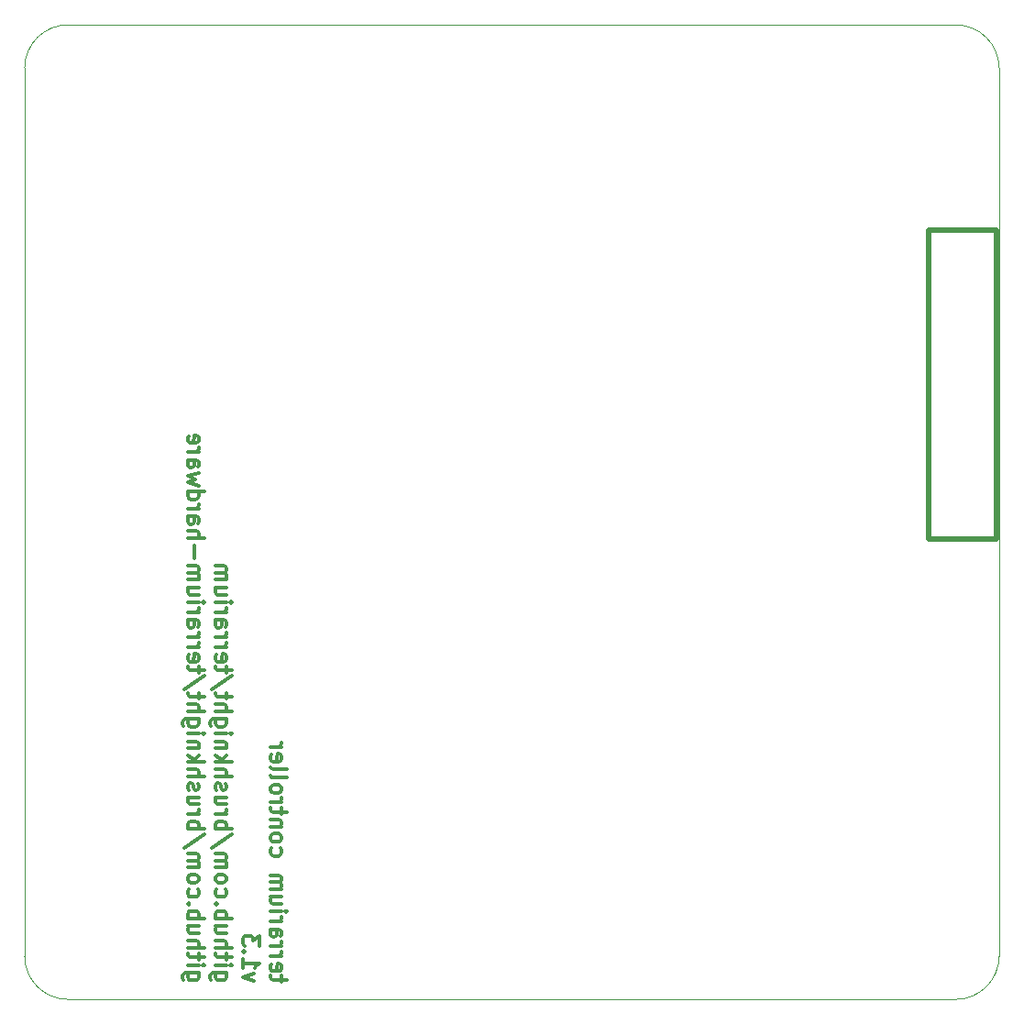
<source format=gbr>
%TF.GenerationSoftware,KiCad,Pcbnew,(5.1.12-1-10_14)*%
%TF.CreationDate,2021-12-22T18:06:04+01:00*%
%TF.ProjectId,terrarium,74657272-6172-4697-956d-2e6b69636164,rev?*%
%TF.SameCoordinates,Original*%
%TF.FileFunction,Legend,Bot*%
%TF.FilePolarity,Positive*%
%FSLAX46Y46*%
G04 Gerber Fmt 4.6, Leading zero omitted, Abs format (unit mm)*
G04 Created by KiCad (PCBNEW (5.1.12-1-10_14)) date 2021-12-22 18:06:04*
%MOMM*%
%LPD*%
G01*
G04 APERTURE LIST*
%ADD10C,0.300000*%
%ADD11C,0.500000*%
%TA.AperFunction,Profile*%
%ADD12C,0.050000*%
%TD*%
G04 APERTURE END LIST*
D10*
X64712728Y-111396742D02*
X64712728Y-110825314D01*
X65212728Y-111182457D02*
X63927014Y-111182457D01*
X63784157Y-111111028D01*
X63712728Y-110968171D01*
X63712728Y-110825314D01*
X63784157Y-109753885D02*
X63712728Y-109896742D01*
X63712728Y-110182457D01*
X63784157Y-110325314D01*
X63927014Y-110396742D01*
X64498442Y-110396742D01*
X64641300Y-110325314D01*
X64712728Y-110182457D01*
X64712728Y-109896742D01*
X64641300Y-109753885D01*
X64498442Y-109682457D01*
X64355585Y-109682457D01*
X64212728Y-110396742D01*
X63712728Y-109039600D02*
X64712728Y-109039600D01*
X64427014Y-109039600D02*
X64569871Y-108968171D01*
X64641300Y-108896742D01*
X64712728Y-108753885D01*
X64712728Y-108611028D01*
X63712728Y-108111028D02*
X64712728Y-108111028D01*
X64427014Y-108111028D02*
X64569871Y-108039600D01*
X64641300Y-107968171D01*
X64712728Y-107825314D01*
X64712728Y-107682457D01*
X63712728Y-106539600D02*
X64498442Y-106539600D01*
X64641300Y-106611028D01*
X64712728Y-106753885D01*
X64712728Y-107039600D01*
X64641300Y-107182457D01*
X63784157Y-106539600D02*
X63712728Y-106682457D01*
X63712728Y-107039600D01*
X63784157Y-107182457D01*
X63927014Y-107253885D01*
X64069871Y-107253885D01*
X64212728Y-107182457D01*
X64284157Y-107039600D01*
X64284157Y-106682457D01*
X64355585Y-106539600D01*
X63712728Y-105825314D02*
X64712728Y-105825314D01*
X64427014Y-105825314D02*
X64569871Y-105753885D01*
X64641300Y-105682457D01*
X64712728Y-105539600D01*
X64712728Y-105396742D01*
X63712728Y-104896742D02*
X64712728Y-104896742D01*
X65212728Y-104896742D02*
X65141300Y-104968171D01*
X65069871Y-104896742D01*
X65141300Y-104825314D01*
X65212728Y-104896742D01*
X65069871Y-104896742D01*
X64712728Y-103539600D02*
X63712728Y-103539600D01*
X64712728Y-104182457D02*
X63927014Y-104182457D01*
X63784157Y-104111028D01*
X63712728Y-103968171D01*
X63712728Y-103753885D01*
X63784157Y-103611028D01*
X63855585Y-103539600D01*
X63712728Y-102825314D02*
X64712728Y-102825314D01*
X64569871Y-102825314D02*
X64641300Y-102753885D01*
X64712728Y-102611028D01*
X64712728Y-102396742D01*
X64641300Y-102253885D01*
X64498442Y-102182457D01*
X63712728Y-102182457D01*
X64498442Y-102182457D02*
X64641300Y-102111028D01*
X64712728Y-101968171D01*
X64712728Y-101753885D01*
X64641300Y-101611028D01*
X64498442Y-101539600D01*
X63712728Y-101539600D01*
X63784157Y-99039600D02*
X63712728Y-99182457D01*
X63712728Y-99468171D01*
X63784157Y-99611028D01*
X63855585Y-99682457D01*
X63998442Y-99753885D01*
X64427014Y-99753885D01*
X64569871Y-99682457D01*
X64641300Y-99611028D01*
X64712728Y-99468171D01*
X64712728Y-99182457D01*
X64641300Y-99039600D01*
X63712728Y-98182457D02*
X63784157Y-98325314D01*
X63855585Y-98396742D01*
X63998442Y-98468171D01*
X64427014Y-98468171D01*
X64569871Y-98396742D01*
X64641300Y-98325314D01*
X64712728Y-98182457D01*
X64712728Y-97968171D01*
X64641300Y-97825314D01*
X64569871Y-97753885D01*
X64427014Y-97682457D01*
X63998442Y-97682457D01*
X63855585Y-97753885D01*
X63784157Y-97825314D01*
X63712728Y-97968171D01*
X63712728Y-98182457D01*
X64712728Y-97039600D02*
X63712728Y-97039600D01*
X64569871Y-97039600D02*
X64641300Y-96968171D01*
X64712728Y-96825314D01*
X64712728Y-96611028D01*
X64641300Y-96468171D01*
X64498442Y-96396742D01*
X63712728Y-96396742D01*
X64712728Y-95896742D02*
X64712728Y-95325314D01*
X65212728Y-95682457D02*
X63927014Y-95682457D01*
X63784157Y-95611028D01*
X63712728Y-95468171D01*
X63712728Y-95325314D01*
X63712728Y-94825314D02*
X64712728Y-94825314D01*
X64427014Y-94825314D02*
X64569871Y-94753885D01*
X64641300Y-94682457D01*
X64712728Y-94539600D01*
X64712728Y-94396742D01*
X63712728Y-93682457D02*
X63784157Y-93825314D01*
X63855585Y-93896742D01*
X63998442Y-93968171D01*
X64427014Y-93968171D01*
X64569871Y-93896742D01*
X64641300Y-93825314D01*
X64712728Y-93682457D01*
X64712728Y-93468171D01*
X64641300Y-93325314D01*
X64569871Y-93253885D01*
X64427014Y-93182457D01*
X63998442Y-93182457D01*
X63855585Y-93253885D01*
X63784157Y-93325314D01*
X63712728Y-93468171D01*
X63712728Y-93682457D01*
X63712728Y-92325314D02*
X63784157Y-92468171D01*
X63927014Y-92539600D01*
X65212728Y-92539600D01*
X63712728Y-91539600D02*
X63784157Y-91682457D01*
X63927014Y-91753885D01*
X65212728Y-91753885D01*
X63784157Y-90396742D02*
X63712728Y-90539600D01*
X63712728Y-90825314D01*
X63784157Y-90968171D01*
X63927014Y-91039600D01*
X64498442Y-91039600D01*
X64641300Y-90968171D01*
X64712728Y-90825314D01*
X64712728Y-90539600D01*
X64641300Y-90396742D01*
X64498442Y-90325314D01*
X64355585Y-90325314D01*
X64212728Y-91039600D01*
X63712728Y-89682457D02*
X64712728Y-89682457D01*
X64427014Y-89682457D02*
X64569871Y-89611028D01*
X64641300Y-89539600D01*
X64712728Y-89396742D01*
X64712728Y-89253885D01*
X62162728Y-111325314D02*
X61162728Y-110968171D01*
X62162728Y-110611028D01*
X61162728Y-109253885D02*
X61162728Y-110111028D01*
X61162728Y-109682457D02*
X62662728Y-109682457D01*
X62448442Y-109825314D01*
X62305585Y-109968171D01*
X62234157Y-110111028D01*
X61305585Y-108611028D02*
X61234157Y-108539600D01*
X61162728Y-108611028D01*
X61234157Y-108682457D01*
X61305585Y-108611028D01*
X61162728Y-108611028D01*
X62662728Y-108039600D02*
X62662728Y-107111028D01*
X62091300Y-107611028D01*
X62091300Y-107396742D01*
X62019871Y-107253885D01*
X61948442Y-107182457D01*
X61805585Y-107111028D01*
X61448442Y-107111028D01*
X61305585Y-107182457D01*
X61234157Y-107253885D01*
X61162728Y-107396742D01*
X61162728Y-107825314D01*
X61234157Y-107968171D01*
X61305585Y-108039600D01*
X59612728Y-110539600D02*
X58398442Y-110539600D01*
X58255585Y-110611028D01*
X58184157Y-110682457D01*
X58112728Y-110825314D01*
X58112728Y-111039600D01*
X58184157Y-111182457D01*
X58684157Y-110539600D02*
X58612728Y-110682457D01*
X58612728Y-110968171D01*
X58684157Y-111111028D01*
X58755585Y-111182457D01*
X58898442Y-111253885D01*
X59327014Y-111253885D01*
X59469871Y-111182457D01*
X59541300Y-111111028D01*
X59612728Y-110968171D01*
X59612728Y-110682457D01*
X59541300Y-110539600D01*
X58612728Y-109825314D02*
X59612728Y-109825314D01*
X60112728Y-109825314D02*
X60041300Y-109896742D01*
X59969871Y-109825314D01*
X60041300Y-109753885D01*
X60112728Y-109825314D01*
X59969871Y-109825314D01*
X59612728Y-109325314D02*
X59612728Y-108753885D01*
X60112728Y-109111028D02*
X58827014Y-109111028D01*
X58684157Y-109039600D01*
X58612728Y-108896742D01*
X58612728Y-108753885D01*
X58612728Y-108253885D02*
X60112728Y-108253885D01*
X58612728Y-107611028D02*
X59398442Y-107611028D01*
X59541300Y-107682457D01*
X59612728Y-107825314D01*
X59612728Y-108039600D01*
X59541300Y-108182457D01*
X59469871Y-108253885D01*
X59612728Y-106253885D02*
X58612728Y-106253885D01*
X59612728Y-106896742D02*
X58827014Y-106896742D01*
X58684157Y-106825314D01*
X58612728Y-106682457D01*
X58612728Y-106468171D01*
X58684157Y-106325314D01*
X58755585Y-106253885D01*
X58612728Y-105539600D02*
X60112728Y-105539600D01*
X59541300Y-105539600D02*
X59612728Y-105396742D01*
X59612728Y-105111028D01*
X59541300Y-104968171D01*
X59469871Y-104896742D01*
X59327014Y-104825314D01*
X58898442Y-104825314D01*
X58755585Y-104896742D01*
X58684157Y-104968171D01*
X58612728Y-105111028D01*
X58612728Y-105396742D01*
X58684157Y-105539600D01*
X58755585Y-104182457D02*
X58684157Y-104111028D01*
X58612728Y-104182457D01*
X58684157Y-104253885D01*
X58755585Y-104182457D01*
X58612728Y-104182457D01*
X58684157Y-102825314D02*
X58612728Y-102968171D01*
X58612728Y-103253885D01*
X58684157Y-103396742D01*
X58755585Y-103468171D01*
X58898442Y-103539600D01*
X59327014Y-103539600D01*
X59469871Y-103468171D01*
X59541300Y-103396742D01*
X59612728Y-103253885D01*
X59612728Y-102968171D01*
X59541300Y-102825314D01*
X58612728Y-101968171D02*
X58684157Y-102111028D01*
X58755585Y-102182457D01*
X58898442Y-102253885D01*
X59327014Y-102253885D01*
X59469871Y-102182457D01*
X59541300Y-102111028D01*
X59612728Y-101968171D01*
X59612728Y-101753885D01*
X59541300Y-101611028D01*
X59469871Y-101539600D01*
X59327014Y-101468171D01*
X58898442Y-101468171D01*
X58755585Y-101539600D01*
X58684157Y-101611028D01*
X58612728Y-101753885D01*
X58612728Y-101968171D01*
X58612728Y-100825314D02*
X59612728Y-100825314D01*
X59469871Y-100825314D02*
X59541300Y-100753885D01*
X59612728Y-100611028D01*
X59612728Y-100396742D01*
X59541300Y-100253885D01*
X59398442Y-100182457D01*
X58612728Y-100182457D01*
X59398442Y-100182457D02*
X59541300Y-100111028D01*
X59612728Y-99968171D01*
X59612728Y-99753885D01*
X59541300Y-99611028D01*
X59398442Y-99539600D01*
X58612728Y-99539600D01*
X60184157Y-97753885D02*
X58255585Y-99039600D01*
X58612728Y-97253885D02*
X60112728Y-97253885D01*
X59541300Y-97253885D02*
X59612728Y-97111028D01*
X59612728Y-96825314D01*
X59541300Y-96682457D01*
X59469871Y-96611028D01*
X59327014Y-96539600D01*
X58898442Y-96539600D01*
X58755585Y-96611028D01*
X58684157Y-96682457D01*
X58612728Y-96825314D01*
X58612728Y-97111028D01*
X58684157Y-97253885D01*
X58612728Y-95896742D02*
X59612728Y-95896742D01*
X59327014Y-95896742D02*
X59469871Y-95825314D01*
X59541300Y-95753885D01*
X59612728Y-95611028D01*
X59612728Y-95468171D01*
X59612728Y-94325314D02*
X58612728Y-94325314D01*
X59612728Y-94968171D02*
X58827014Y-94968171D01*
X58684157Y-94896742D01*
X58612728Y-94753885D01*
X58612728Y-94539599D01*
X58684157Y-94396742D01*
X58755585Y-94325314D01*
X58684157Y-93682457D02*
X58612728Y-93539599D01*
X58612728Y-93253885D01*
X58684157Y-93111028D01*
X58827014Y-93039599D01*
X58898442Y-93039599D01*
X59041300Y-93111028D01*
X59112728Y-93253885D01*
X59112728Y-93468171D01*
X59184157Y-93611028D01*
X59327014Y-93682457D01*
X59398442Y-93682457D01*
X59541300Y-93611028D01*
X59612728Y-93468171D01*
X59612728Y-93253885D01*
X59541300Y-93111028D01*
X58612728Y-92396742D02*
X60112728Y-92396742D01*
X58612728Y-91753885D02*
X59398442Y-91753885D01*
X59541300Y-91825314D01*
X59612728Y-91968171D01*
X59612728Y-92182457D01*
X59541300Y-92325314D01*
X59469871Y-92396742D01*
X58612728Y-91039599D02*
X60112728Y-91039599D01*
X59184157Y-90896742D02*
X58612728Y-90468171D01*
X59612728Y-90468171D02*
X59041300Y-91039599D01*
X59612728Y-89825314D02*
X58612728Y-89825314D01*
X59469871Y-89825314D02*
X59541300Y-89753885D01*
X59612728Y-89611028D01*
X59612728Y-89396742D01*
X59541300Y-89253885D01*
X59398442Y-89182457D01*
X58612728Y-89182457D01*
X58612728Y-88468171D02*
X59612728Y-88468171D01*
X60112728Y-88468171D02*
X60041300Y-88539600D01*
X59969871Y-88468171D01*
X60041300Y-88396742D01*
X60112728Y-88468171D01*
X59969871Y-88468171D01*
X59612728Y-87111028D02*
X58398442Y-87111028D01*
X58255585Y-87182457D01*
X58184157Y-87253885D01*
X58112728Y-87396742D01*
X58112728Y-87611028D01*
X58184157Y-87753885D01*
X58684157Y-87111028D02*
X58612728Y-87253885D01*
X58612728Y-87539600D01*
X58684157Y-87682457D01*
X58755585Y-87753885D01*
X58898442Y-87825314D01*
X59327014Y-87825314D01*
X59469871Y-87753885D01*
X59541300Y-87682457D01*
X59612728Y-87539600D01*
X59612728Y-87253885D01*
X59541300Y-87111028D01*
X58612728Y-86396742D02*
X60112728Y-86396742D01*
X58612728Y-85753885D02*
X59398442Y-85753885D01*
X59541300Y-85825314D01*
X59612728Y-85968171D01*
X59612728Y-86182457D01*
X59541300Y-86325314D01*
X59469871Y-86396742D01*
X59612728Y-85253885D02*
X59612728Y-84682457D01*
X60112728Y-85039600D02*
X58827014Y-85039600D01*
X58684157Y-84968171D01*
X58612728Y-84825314D01*
X58612728Y-84682457D01*
X60184157Y-83111028D02*
X58255585Y-84396742D01*
X59612728Y-82825314D02*
X59612728Y-82253885D01*
X60112728Y-82611028D02*
X58827014Y-82611028D01*
X58684157Y-82539600D01*
X58612728Y-82396742D01*
X58612728Y-82253885D01*
X58684157Y-81182457D02*
X58612728Y-81325314D01*
X58612728Y-81611028D01*
X58684157Y-81753885D01*
X58827014Y-81825314D01*
X59398442Y-81825314D01*
X59541300Y-81753885D01*
X59612728Y-81611028D01*
X59612728Y-81325314D01*
X59541300Y-81182457D01*
X59398442Y-81111028D01*
X59255585Y-81111028D01*
X59112728Y-81825314D01*
X58612728Y-80468171D02*
X59612728Y-80468171D01*
X59327014Y-80468171D02*
X59469871Y-80396742D01*
X59541300Y-80325314D01*
X59612728Y-80182457D01*
X59612728Y-80039600D01*
X58612728Y-79539600D02*
X59612728Y-79539600D01*
X59327014Y-79539600D02*
X59469871Y-79468171D01*
X59541300Y-79396742D01*
X59612728Y-79253885D01*
X59612728Y-79111028D01*
X58612728Y-77968171D02*
X59398442Y-77968171D01*
X59541300Y-78039600D01*
X59612728Y-78182457D01*
X59612728Y-78468171D01*
X59541300Y-78611028D01*
X58684157Y-77968171D02*
X58612728Y-78111028D01*
X58612728Y-78468171D01*
X58684157Y-78611028D01*
X58827014Y-78682457D01*
X58969871Y-78682457D01*
X59112728Y-78611028D01*
X59184157Y-78468171D01*
X59184157Y-78111028D01*
X59255585Y-77968171D01*
X58612728Y-77253885D02*
X59612728Y-77253885D01*
X59327014Y-77253885D02*
X59469871Y-77182457D01*
X59541300Y-77111028D01*
X59612728Y-76968171D01*
X59612728Y-76825314D01*
X58612728Y-76325314D02*
X59612728Y-76325314D01*
X60112728Y-76325314D02*
X60041300Y-76396742D01*
X59969871Y-76325314D01*
X60041300Y-76253885D01*
X60112728Y-76325314D01*
X59969871Y-76325314D01*
X59612728Y-74968171D02*
X58612728Y-74968171D01*
X59612728Y-75611028D02*
X58827014Y-75611028D01*
X58684157Y-75539600D01*
X58612728Y-75396742D01*
X58612728Y-75182457D01*
X58684157Y-75039600D01*
X58755585Y-74968171D01*
X58612728Y-74253885D02*
X59612728Y-74253885D01*
X59469871Y-74253885D02*
X59541300Y-74182457D01*
X59612728Y-74039600D01*
X59612728Y-73825314D01*
X59541300Y-73682457D01*
X59398442Y-73611028D01*
X58612728Y-73611028D01*
X59398442Y-73611028D02*
X59541300Y-73539600D01*
X59612728Y-73396742D01*
X59612728Y-73182457D01*
X59541300Y-73039600D01*
X59398442Y-72968171D01*
X58612728Y-72968171D01*
X57062728Y-110539600D02*
X55848442Y-110539600D01*
X55705585Y-110611028D01*
X55634157Y-110682457D01*
X55562728Y-110825314D01*
X55562728Y-111039600D01*
X55634157Y-111182457D01*
X56134157Y-110539600D02*
X56062728Y-110682457D01*
X56062728Y-110968171D01*
X56134157Y-111111028D01*
X56205585Y-111182457D01*
X56348442Y-111253885D01*
X56777014Y-111253885D01*
X56919871Y-111182457D01*
X56991300Y-111111028D01*
X57062728Y-110968171D01*
X57062728Y-110682457D01*
X56991300Y-110539600D01*
X56062728Y-109825314D02*
X57062728Y-109825314D01*
X57562728Y-109825314D02*
X57491300Y-109896742D01*
X57419871Y-109825314D01*
X57491300Y-109753885D01*
X57562728Y-109825314D01*
X57419871Y-109825314D01*
X57062728Y-109325314D02*
X57062728Y-108753885D01*
X57562728Y-109111028D02*
X56277014Y-109111028D01*
X56134157Y-109039600D01*
X56062728Y-108896742D01*
X56062728Y-108753885D01*
X56062728Y-108253885D02*
X57562728Y-108253885D01*
X56062728Y-107611028D02*
X56848442Y-107611028D01*
X56991300Y-107682457D01*
X57062728Y-107825314D01*
X57062728Y-108039600D01*
X56991300Y-108182457D01*
X56919871Y-108253885D01*
X57062728Y-106253885D02*
X56062728Y-106253885D01*
X57062728Y-106896742D02*
X56277014Y-106896742D01*
X56134157Y-106825314D01*
X56062728Y-106682457D01*
X56062728Y-106468171D01*
X56134157Y-106325314D01*
X56205585Y-106253885D01*
X56062728Y-105539600D02*
X57562728Y-105539600D01*
X56991300Y-105539600D02*
X57062728Y-105396742D01*
X57062728Y-105111028D01*
X56991300Y-104968171D01*
X56919871Y-104896742D01*
X56777014Y-104825314D01*
X56348442Y-104825314D01*
X56205585Y-104896742D01*
X56134157Y-104968171D01*
X56062728Y-105111028D01*
X56062728Y-105396742D01*
X56134157Y-105539600D01*
X56205585Y-104182457D02*
X56134157Y-104111028D01*
X56062728Y-104182457D01*
X56134157Y-104253885D01*
X56205585Y-104182457D01*
X56062728Y-104182457D01*
X56134157Y-102825314D02*
X56062728Y-102968171D01*
X56062728Y-103253885D01*
X56134157Y-103396742D01*
X56205585Y-103468171D01*
X56348442Y-103539600D01*
X56777014Y-103539600D01*
X56919871Y-103468171D01*
X56991300Y-103396742D01*
X57062728Y-103253885D01*
X57062728Y-102968171D01*
X56991300Y-102825314D01*
X56062728Y-101968171D02*
X56134157Y-102111028D01*
X56205585Y-102182457D01*
X56348442Y-102253885D01*
X56777014Y-102253885D01*
X56919871Y-102182457D01*
X56991300Y-102111028D01*
X57062728Y-101968171D01*
X57062728Y-101753885D01*
X56991300Y-101611028D01*
X56919871Y-101539600D01*
X56777014Y-101468171D01*
X56348442Y-101468171D01*
X56205585Y-101539600D01*
X56134157Y-101611028D01*
X56062728Y-101753885D01*
X56062728Y-101968171D01*
X56062728Y-100825314D02*
X57062728Y-100825314D01*
X56919871Y-100825314D02*
X56991300Y-100753885D01*
X57062728Y-100611028D01*
X57062728Y-100396742D01*
X56991300Y-100253885D01*
X56848442Y-100182457D01*
X56062728Y-100182457D01*
X56848442Y-100182457D02*
X56991300Y-100111028D01*
X57062728Y-99968171D01*
X57062728Y-99753885D01*
X56991300Y-99611028D01*
X56848442Y-99539600D01*
X56062728Y-99539600D01*
X57634157Y-97753885D02*
X55705585Y-99039600D01*
X56062728Y-97253885D02*
X57562728Y-97253885D01*
X56991300Y-97253885D02*
X57062728Y-97111028D01*
X57062728Y-96825314D01*
X56991300Y-96682457D01*
X56919871Y-96611028D01*
X56777014Y-96539599D01*
X56348442Y-96539599D01*
X56205585Y-96611028D01*
X56134157Y-96682457D01*
X56062728Y-96825314D01*
X56062728Y-97111028D01*
X56134157Y-97253885D01*
X56062728Y-95896742D02*
X57062728Y-95896742D01*
X56777014Y-95896742D02*
X56919871Y-95825314D01*
X56991300Y-95753885D01*
X57062728Y-95611028D01*
X57062728Y-95468171D01*
X57062728Y-94325314D02*
X56062728Y-94325314D01*
X57062728Y-94968171D02*
X56277014Y-94968171D01*
X56134157Y-94896742D01*
X56062728Y-94753885D01*
X56062728Y-94539600D01*
X56134157Y-94396742D01*
X56205585Y-94325314D01*
X56134157Y-93682457D02*
X56062728Y-93539599D01*
X56062728Y-93253885D01*
X56134157Y-93111028D01*
X56277014Y-93039599D01*
X56348442Y-93039599D01*
X56491300Y-93111028D01*
X56562728Y-93253885D01*
X56562728Y-93468171D01*
X56634157Y-93611028D01*
X56777014Y-93682457D01*
X56848442Y-93682457D01*
X56991300Y-93611028D01*
X57062728Y-93468171D01*
X57062728Y-93253885D01*
X56991300Y-93111028D01*
X56062728Y-92396742D02*
X57562728Y-92396742D01*
X56062728Y-91753885D02*
X56848442Y-91753885D01*
X56991300Y-91825314D01*
X57062728Y-91968171D01*
X57062728Y-92182457D01*
X56991300Y-92325314D01*
X56919871Y-92396742D01*
X56062728Y-91039599D02*
X57562728Y-91039599D01*
X56634157Y-90896742D02*
X56062728Y-90468171D01*
X57062728Y-90468171D02*
X56491300Y-91039599D01*
X57062728Y-89825314D02*
X56062728Y-89825314D01*
X56919871Y-89825314D02*
X56991300Y-89753885D01*
X57062728Y-89611028D01*
X57062728Y-89396742D01*
X56991300Y-89253885D01*
X56848442Y-89182457D01*
X56062728Y-89182457D01*
X56062728Y-88468171D02*
X57062728Y-88468171D01*
X57562728Y-88468171D02*
X57491300Y-88539599D01*
X57419871Y-88468171D01*
X57491300Y-88396742D01*
X57562728Y-88468171D01*
X57419871Y-88468171D01*
X57062728Y-87111028D02*
X55848442Y-87111028D01*
X55705585Y-87182457D01*
X55634157Y-87253885D01*
X55562728Y-87396742D01*
X55562728Y-87611028D01*
X55634157Y-87753885D01*
X56134157Y-87111028D02*
X56062728Y-87253885D01*
X56062728Y-87539600D01*
X56134157Y-87682457D01*
X56205585Y-87753885D01*
X56348442Y-87825314D01*
X56777014Y-87825314D01*
X56919871Y-87753885D01*
X56991300Y-87682457D01*
X57062728Y-87539600D01*
X57062728Y-87253885D01*
X56991300Y-87111028D01*
X56062728Y-86396742D02*
X57562728Y-86396742D01*
X56062728Y-85753885D02*
X56848442Y-85753885D01*
X56991300Y-85825314D01*
X57062728Y-85968171D01*
X57062728Y-86182457D01*
X56991300Y-86325314D01*
X56919871Y-86396742D01*
X57062728Y-85253885D02*
X57062728Y-84682457D01*
X57562728Y-85039599D02*
X56277014Y-85039599D01*
X56134157Y-84968171D01*
X56062728Y-84825314D01*
X56062728Y-84682457D01*
X57634157Y-83111028D02*
X55705585Y-84396742D01*
X57062728Y-82825314D02*
X57062728Y-82253885D01*
X57562728Y-82611028D02*
X56277014Y-82611028D01*
X56134157Y-82539599D01*
X56062728Y-82396742D01*
X56062728Y-82253885D01*
X56134157Y-81182457D02*
X56062728Y-81325314D01*
X56062728Y-81611028D01*
X56134157Y-81753885D01*
X56277014Y-81825314D01*
X56848442Y-81825314D01*
X56991300Y-81753885D01*
X57062728Y-81611028D01*
X57062728Y-81325314D01*
X56991300Y-81182457D01*
X56848442Y-81111028D01*
X56705585Y-81111028D01*
X56562728Y-81825314D01*
X56062728Y-80468171D02*
X57062728Y-80468171D01*
X56777014Y-80468171D02*
X56919871Y-80396742D01*
X56991300Y-80325314D01*
X57062728Y-80182457D01*
X57062728Y-80039599D01*
X56062728Y-79539599D02*
X57062728Y-79539599D01*
X56777014Y-79539599D02*
X56919871Y-79468171D01*
X56991300Y-79396742D01*
X57062728Y-79253885D01*
X57062728Y-79111028D01*
X56062728Y-77968171D02*
X56848442Y-77968171D01*
X56991300Y-78039599D01*
X57062728Y-78182457D01*
X57062728Y-78468171D01*
X56991300Y-78611028D01*
X56134157Y-77968171D02*
X56062728Y-78111028D01*
X56062728Y-78468171D01*
X56134157Y-78611028D01*
X56277014Y-78682457D01*
X56419871Y-78682457D01*
X56562728Y-78611028D01*
X56634157Y-78468171D01*
X56634157Y-78111028D01*
X56705585Y-77968171D01*
X56062728Y-77253885D02*
X57062728Y-77253885D01*
X56777014Y-77253885D02*
X56919871Y-77182457D01*
X56991300Y-77111028D01*
X57062728Y-76968171D01*
X57062728Y-76825314D01*
X56062728Y-76325314D02*
X57062728Y-76325314D01*
X57562728Y-76325314D02*
X57491300Y-76396742D01*
X57419871Y-76325314D01*
X57491300Y-76253885D01*
X57562728Y-76325314D01*
X57419871Y-76325314D01*
X57062728Y-74968171D02*
X56062728Y-74968171D01*
X57062728Y-75611028D02*
X56277014Y-75611028D01*
X56134157Y-75539599D01*
X56062728Y-75396742D01*
X56062728Y-75182457D01*
X56134157Y-75039599D01*
X56205585Y-74968171D01*
X56062728Y-74253885D02*
X57062728Y-74253885D01*
X56919871Y-74253885D02*
X56991300Y-74182457D01*
X57062728Y-74039599D01*
X57062728Y-73825314D01*
X56991300Y-73682457D01*
X56848442Y-73611028D01*
X56062728Y-73611028D01*
X56848442Y-73611028D02*
X56991300Y-73539599D01*
X57062728Y-73396742D01*
X57062728Y-73182457D01*
X56991300Y-73039599D01*
X56848442Y-72968171D01*
X56062728Y-72968171D01*
X56634157Y-72253885D02*
X56634157Y-71111028D01*
X56062728Y-70396742D02*
X57562728Y-70396742D01*
X56062728Y-69753885D02*
X56848442Y-69753885D01*
X56991300Y-69825314D01*
X57062728Y-69968171D01*
X57062728Y-70182457D01*
X56991300Y-70325314D01*
X56919871Y-70396742D01*
X56062728Y-68396742D02*
X56848442Y-68396742D01*
X56991300Y-68468171D01*
X57062728Y-68611028D01*
X57062728Y-68896742D01*
X56991300Y-69039599D01*
X56134157Y-68396742D02*
X56062728Y-68539599D01*
X56062728Y-68896742D01*
X56134157Y-69039599D01*
X56277014Y-69111028D01*
X56419871Y-69111028D01*
X56562728Y-69039599D01*
X56634157Y-68896742D01*
X56634157Y-68539599D01*
X56705585Y-68396742D01*
X56062728Y-67682457D02*
X57062728Y-67682457D01*
X56777014Y-67682457D02*
X56919871Y-67611028D01*
X56991300Y-67539599D01*
X57062728Y-67396742D01*
X57062728Y-67253885D01*
X56062728Y-66111028D02*
X57562728Y-66111028D01*
X56134157Y-66111028D02*
X56062728Y-66253885D01*
X56062728Y-66539599D01*
X56134157Y-66682457D01*
X56205585Y-66753885D01*
X56348442Y-66825314D01*
X56777014Y-66825314D01*
X56919871Y-66753885D01*
X56991300Y-66682457D01*
X57062728Y-66539599D01*
X57062728Y-66253885D01*
X56991300Y-66111028D01*
X57062728Y-65539599D02*
X56062728Y-65253885D01*
X56777014Y-64968171D01*
X56062728Y-64682457D01*
X57062728Y-64396742D01*
X56062728Y-63182457D02*
X56848442Y-63182457D01*
X56991300Y-63253885D01*
X57062728Y-63396742D01*
X57062728Y-63682457D01*
X56991300Y-63825314D01*
X56134157Y-63182457D02*
X56062728Y-63325314D01*
X56062728Y-63682457D01*
X56134157Y-63825314D01*
X56277014Y-63896742D01*
X56419871Y-63896742D01*
X56562728Y-63825314D01*
X56634157Y-63682457D01*
X56634157Y-63325314D01*
X56705585Y-63182457D01*
X56062728Y-62468171D02*
X57062728Y-62468171D01*
X56777014Y-62468171D02*
X56919871Y-62396742D01*
X56991300Y-62325314D01*
X57062728Y-62182457D01*
X57062728Y-62039599D01*
X56134157Y-60968171D02*
X56062728Y-61111028D01*
X56062728Y-61396742D01*
X56134157Y-61539599D01*
X56277014Y-61611028D01*
X56848442Y-61611028D01*
X56991300Y-61539599D01*
X57062728Y-61396742D01*
X57062728Y-61111028D01*
X56991300Y-60968171D01*
X56848442Y-60896742D01*
X56705585Y-60896742D01*
X56562728Y-61611028D01*
D11*
X130746500Y-70497700D02*
X124496500Y-70497700D01*
X130746500Y-41997700D02*
X130746500Y-70497700D01*
X124496500Y-41997700D02*
X130746500Y-41997700D01*
X124496500Y-70497700D02*
X124496500Y-41997700D01*
D12*
X45000000Y-113000000D02*
G75*
G02*
X41000000Y-109000000I0J4000000D01*
G01*
X131000000Y-109000000D02*
G75*
G02*
X127000000Y-113000000I-4000000J0D01*
G01*
X127000000Y-23000000D02*
G75*
G02*
X131000000Y-27000000I0J-4000000D01*
G01*
X41000000Y-27000000D02*
G75*
G02*
X45000000Y-23000000I4000000J0D01*
G01*
X127000000Y-23000000D02*
X45000000Y-23000000D01*
X131000000Y-109000000D02*
X131000000Y-27000000D01*
X45000000Y-113000000D02*
X127000000Y-113000000D01*
X41000000Y-27000000D02*
X41000000Y-109000000D01*
M02*

</source>
